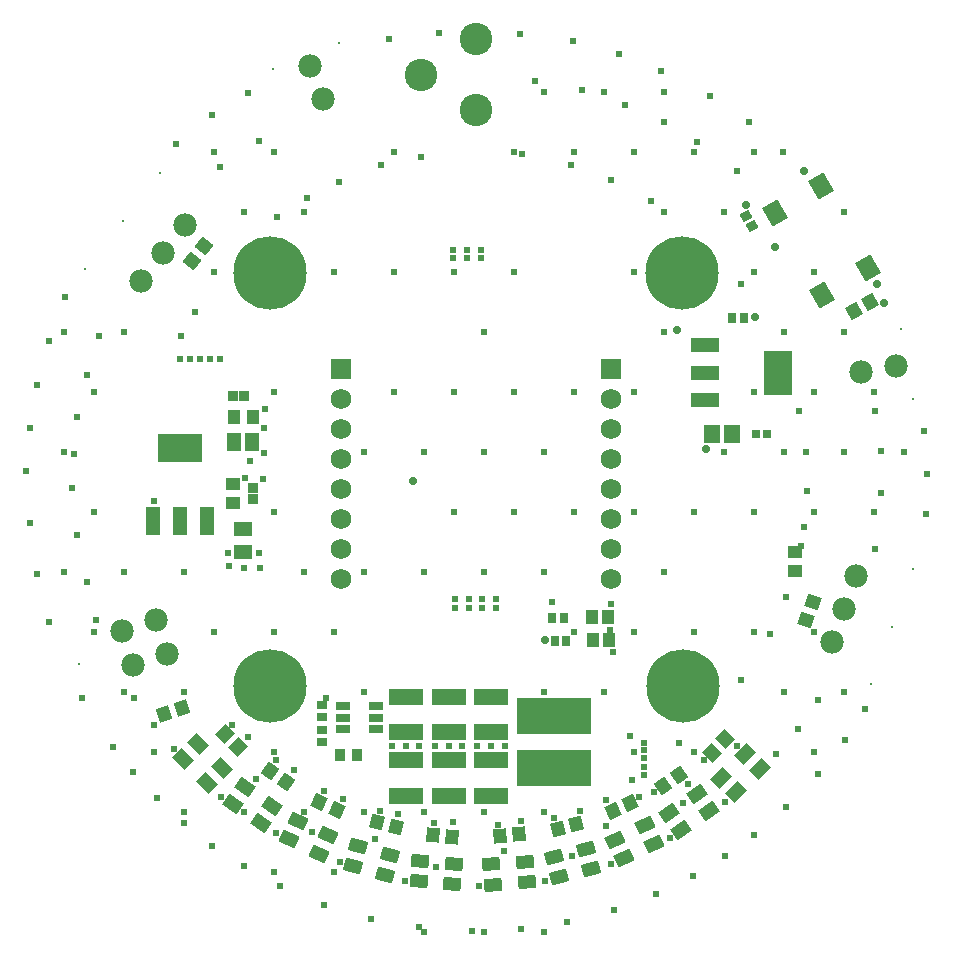
<source format=gts>
G04*
G04 #@! TF.GenerationSoftware,Altium Limited,Altium Designer,18.1.9 (240)*
G04*
G04 Layer_Color=8388736*
%FSLAX25Y25*%
%MOIN*%
G70*
G01*
G75*
G04:AMPARAMS|DCode=69|XSize=70.99mil|YSize=59.18mil|CornerRadius=0mil|HoleSize=0mil|Usage=FLASHONLY|Rotation=120.000|XOffset=0mil|YOffset=0mil|HoleType=Round|Shape=Rectangle|*
%AMROTATEDRECTD69*
4,1,4,0.04337,-0.01595,-0.00788,-0.04554,-0.04337,0.01595,0.00788,0.04554,0.04337,-0.01595,0.0*
%
%ADD69ROTATEDRECTD69*%

%ADD70R,0.04737X0.03162*%
%ADD71R,0.09265X0.05131*%
%ADD72R,0.09265X0.05131*%
%ADD73R,0.09265X0.14580*%
G04:AMPARAMS|DCode=74|XSize=59.18mil|YSize=43.43mil|CornerRadius=0mil|HoleSize=0mil|Usage=FLASHONLY|Rotation=45.000|XOffset=0mil|YOffset=0mil|HoleType=Round|Shape=Rectangle|*
%AMROTATEDRECTD74*
4,1,4,-0.00557,-0.03628,-0.03628,-0.00557,0.00557,0.03628,0.03628,0.00557,-0.00557,-0.03628,0.0*
%
%ADD74ROTATEDRECTD74*%

%ADD75R,0.06312X0.04934*%
%ADD76R,0.04737X0.04343*%
%ADD77R,0.02965X0.03359*%
%ADD78R,0.02572X0.02965*%
%ADD79R,0.24816X0.12414*%
%ADD80R,0.05131X0.09265*%
%ADD81R,0.05131X0.09265*%
%ADD82R,0.14580X0.09265*%
%ADD83R,0.05524X0.06312*%
%ADD84R,0.04147X0.04540*%
%ADD85R,0.11430X0.05328*%
%ADD86R,0.04540X0.06115*%
G04:AMPARAMS|DCode=87|XSize=47.37mil|YSize=43.43mil|CornerRadius=0mil|HoleSize=0mil|Usage=FLASHONLY|Rotation=142.000|XOffset=0mil|YOffset=0mil|HoleType=Round|Shape=Rectangle|*
%AMROTATEDRECTD87*
4,1,4,0.03203,0.00253,0.00529,-0.03170,-0.03203,-0.00253,-0.00529,0.03170,0.03203,0.00253,0.0*
%
%ADD87ROTATEDRECTD87*%

%ADD88R,0.03556X0.04343*%
%ADD89R,0.03241X0.03241*%
G04:AMPARAMS|DCode=90|XSize=33.59mil|YSize=29.65mil|CornerRadius=0mil|HoleSize=0mil|Usage=FLASHONLY|Rotation=210.000|XOffset=0mil|YOffset=0mil|HoleType=Round|Shape=Rectangle|*
%AMROTATEDRECTD90*
4,1,4,0.00713,0.02124,0.02196,-0.00444,-0.00713,-0.02124,-0.02196,0.00444,0.00713,0.02124,0.0*
%
%ADD90ROTATEDRECTD90*%

%ADD91R,0.03359X0.02965*%
%ADD92R,0.03241X0.03241*%
%ADD93R,0.04343X0.04737*%
G04:AMPARAMS|DCode=94|XSize=47.37mil|YSize=43.43mil|CornerRadius=0mil|HoleSize=0mil|Usage=FLASHONLY|Rotation=120.000|XOffset=0mil|YOffset=0mil|HoleType=Round|Shape=Rectangle|*
%AMROTATEDRECTD94*
4,1,4,0.03065,-0.00965,-0.00697,-0.03137,-0.03065,0.00965,0.00697,0.03137,0.03065,-0.00965,0.0*
%
%ADD94ROTATEDRECTD94*%

G04:AMPARAMS|DCode=95|XSize=47.37mil|YSize=43.43mil|CornerRadius=0mil|HoleSize=0mil|Usage=FLASHONLY|Rotation=225.000|XOffset=0mil|YOffset=0mil|HoleType=Round|Shape=Rectangle|*
%AMROTATEDRECTD95*
4,1,4,0.00139,0.03210,0.03210,0.00139,-0.00139,-0.03210,-0.03210,-0.00139,0.00139,0.03210,0.0*
%
%ADD95ROTATEDRECTD95*%

G04:AMPARAMS|DCode=96|XSize=47.37mil|YSize=43.43mil|CornerRadius=0mil|HoleSize=0mil|Usage=FLASHONLY|Rotation=235.000|XOffset=0mil|YOffset=0mil|HoleType=Round|Shape=Rectangle|*
%AMROTATEDRECTD96*
4,1,4,-0.00420,0.03186,0.03137,0.00695,0.00420,-0.03186,-0.03137,-0.00695,-0.00420,0.03186,0.0*
%
%ADD96ROTATEDRECTD96*%

G04:AMPARAMS|DCode=97|XSize=47.37mil|YSize=43.43mil|CornerRadius=0mil|HoleSize=0mil|Usage=FLASHONLY|Rotation=245.000|XOffset=0mil|YOffset=0mil|HoleType=Round|Shape=Rectangle|*
%AMROTATEDRECTD97*
4,1,4,-0.00967,0.03064,0.02969,0.01229,0.00967,-0.03064,-0.02969,-0.01229,-0.00967,0.03064,0.0*
%
%ADD97ROTATEDRECTD97*%

G04:AMPARAMS|DCode=98|XSize=47.37mil|YSize=43.43mil|CornerRadius=0mil|HoleSize=0mil|Usage=FLASHONLY|Rotation=255.000|XOffset=0mil|YOffset=0mil|HoleType=Round|Shape=Rectangle|*
%AMROTATEDRECTD98*
4,1,4,-0.01485,0.02850,0.02711,0.01726,0.01485,-0.02850,-0.02711,-0.01726,-0.01485,0.02850,0.0*
%
%ADD98ROTATEDRECTD98*%

G04:AMPARAMS|DCode=99|XSize=47.37mil|YSize=43.43mil|CornerRadius=0mil|HoleSize=0mil|Usage=FLASHONLY|Rotation=265.000|XOffset=0mil|YOffset=0mil|HoleType=Round|Shape=Rectangle|*
%AMROTATEDRECTD99*
4,1,4,-0.01957,0.02549,0.02370,0.02170,0.01957,-0.02549,-0.02370,-0.02170,-0.01957,0.02549,0.0*
%
%ADD99ROTATEDRECTD99*%

G04:AMPARAMS|DCode=100|XSize=47.37mil|YSize=43.43mil|CornerRadius=0mil|HoleSize=0mil|Usage=FLASHONLY|Rotation=275.000|XOffset=0mil|YOffset=0mil|HoleType=Round|Shape=Rectangle|*
%AMROTATEDRECTD100*
4,1,4,-0.02370,0.02170,0.01957,0.02549,0.02370,-0.02170,-0.01957,-0.02549,-0.02370,0.02170,0.0*
%
%ADD100ROTATEDRECTD100*%

G04:AMPARAMS|DCode=101|XSize=47.37mil|YSize=43.43mil|CornerRadius=0mil|HoleSize=0mil|Usage=FLASHONLY|Rotation=285.000|XOffset=0mil|YOffset=0mil|HoleType=Round|Shape=Rectangle|*
%AMROTATEDRECTD101*
4,1,4,-0.02711,0.01726,0.01485,0.02850,0.02711,-0.01726,-0.01485,-0.02850,-0.02711,0.01726,0.0*
%
%ADD101ROTATEDRECTD101*%

G04:AMPARAMS|DCode=102|XSize=47.37mil|YSize=43.43mil|CornerRadius=0mil|HoleSize=0mil|Usage=FLASHONLY|Rotation=295.000|XOffset=0mil|YOffset=0mil|HoleType=Round|Shape=Rectangle|*
%AMROTATEDRECTD102*
4,1,4,-0.02969,0.01229,0.00967,0.03064,0.02969,-0.01229,-0.00967,-0.03064,-0.02969,0.01229,0.0*
%
%ADD102ROTATEDRECTD102*%

G04:AMPARAMS|DCode=103|XSize=47.37mil|YSize=43.43mil|CornerRadius=0mil|HoleSize=0mil|Usage=FLASHONLY|Rotation=305.000|XOffset=0mil|YOffset=0mil|HoleType=Round|Shape=Rectangle|*
%AMROTATEDRECTD103*
4,1,4,-0.03137,0.00695,0.00420,0.03186,0.03137,-0.00695,-0.00420,-0.03186,-0.03137,0.00695,0.0*
%
%ADD103ROTATEDRECTD103*%

G04:AMPARAMS|DCode=104|XSize=47.37mil|YSize=43.43mil|CornerRadius=0mil|HoleSize=0mil|Usage=FLASHONLY|Rotation=315.000|XOffset=0mil|YOffset=0mil|HoleType=Round|Shape=Rectangle|*
%AMROTATEDRECTD104*
4,1,4,-0.03210,0.00139,-0.00139,0.03210,0.03210,-0.00139,0.00139,-0.03210,-0.03210,0.00139,0.0*
%
%ADD104ROTATEDRECTD104*%

G04:AMPARAMS|DCode=105|XSize=59.18mil|YSize=43.43mil|CornerRadius=0mil|HoleSize=0mil|Usage=FLASHONLY|Rotation=315.000|XOffset=0mil|YOffset=0mil|HoleType=Round|Shape=Rectangle|*
%AMROTATEDRECTD105*
4,1,4,-0.03628,0.00557,-0.00557,0.03628,0.03628,-0.00557,0.00557,-0.03628,-0.03628,0.00557,0.0*
%
%ADD105ROTATEDRECTD105*%

G04:AMPARAMS|DCode=106|XSize=59.18mil|YSize=43.43mil|CornerRadius=0mil|HoleSize=0mil|Usage=FLASHONLY|Rotation=325.000|XOffset=0mil|YOffset=0mil|HoleType=Round|Shape=Rectangle|*
%AMROTATEDRECTD106*
4,1,4,-0.03670,-0.00082,-0.01178,0.03476,0.03670,0.00082,0.01178,-0.03476,-0.03670,-0.00082,0.0*
%
%ADD106ROTATEDRECTD106*%

G04:AMPARAMS|DCode=107|XSize=59.18mil|YSize=43.43mil|CornerRadius=0mil|HoleSize=0mil|Usage=FLASHONLY|Rotation=335.000|XOffset=0mil|YOffset=0mil|HoleType=Round|Shape=Rectangle|*
%AMROTATEDRECTD107*
4,1,4,-0.03600,-0.00718,-0.01764,0.03219,0.03600,0.00718,0.01764,-0.03219,-0.03600,-0.00718,0.0*
%
%ADD107ROTATEDRECTD107*%

G04:AMPARAMS|DCode=108|XSize=59.18mil|YSize=43.43mil|CornerRadius=0mil|HoleSize=0mil|Usage=FLASHONLY|Rotation=345.000|XOffset=0mil|YOffset=0mil|HoleType=Round|Shape=Rectangle|*
%AMROTATEDRECTD108*
4,1,4,-0.03420,-0.01332,-0.02296,0.02864,0.03420,0.01332,0.02296,-0.02864,-0.03420,-0.01332,0.0*
%
%ADD108ROTATEDRECTD108*%

G04:AMPARAMS|DCode=109|XSize=59.18mil|YSize=43.43mil|CornerRadius=0mil|HoleSize=0mil|Usage=FLASHONLY|Rotation=355.000|XOffset=0mil|YOffset=0mil|HoleType=Round|Shape=Rectangle|*
%AMROTATEDRECTD109*
4,1,4,-0.03137,-0.01906,-0.02759,0.02421,0.03137,0.01906,0.02759,-0.02421,-0.03137,-0.01906,0.0*
%
%ADD109ROTATEDRECTD109*%

G04:AMPARAMS|DCode=110|XSize=59.18mil|YSize=43.43mil|CornerRadius=0mil|HoleSize=0mil|Usage=FLASHONLY|Rotation=5.000|XOffset=0mil|YOffset=0mil|HoleType=Round|Shape=Rectangle|*
%AMROTATEDRECTD110*
4,1,4,-0.02759,-0.02421,-0.03137,0.01906,0.02759,0.02421,0.03137,-0.01906,-0.02759,-0.02421,0.0*
%
%ADD110ROTATEDRECTD110*%

G04:AMPARAMS|DCode=111|XSize=59.18mil|YSize=43.43mil|CornerRadius=0mil|HoleSize=0mil|Usage=FLASHONLY|Rotation=15.000|XOffset=0mil|YOffset=0mil|HoleType=Round|Shape=Rectangle|*
%AMROTATEDRECTD111*
4,1,4,-0.02296,-0.02864,-0.03420,0.01332,0.02296,0.02864,0.03420,-0.01332,-0.02296,-0.02864,0.0*
%
%ADD111ROTATEDRECTD111*%

G04:AMPARAMS|DCode=112|XSize=59.18mil|YSize=43.43mil|CornerRadius=0mil|HoleSize=0mil|Usage=FLASHONLY|Rotation=25.000|XOffset=0mil|YOffset=0mil|HoleType=Round|Shape=Rectangle|*
%AMROTATEDRECTD112*
4,1,4,-0.01764,-0.03219,-0.03600,0.00718,0.01764,0.03219,0.03600,-0.00718,-0.01764,-0.03219,0.0*
%
%ADD112ROTATEDRECTD112*%

G04:AMPARAMS|DCode=113|XSize=59.18mil|YSize=43.43mil|CornerRadius=0mil|HoleSize=0mil|Usage=FLASHONLY|Rotation=35.000|XOffset=0mil|YOffset=0mil|HoleType=Round|Shape=Rectangle|*
%AMROTATEDRECTD113*
4,1,4,-0.01178,-0.03476,-0.03670,0.00082,0.01178,0.03476,0.03670,-0.00082,-0.01178,-0.03476,0.0*
%
%ADD113ROTATEDRECTD113*%

G04:AMPARAMS|DCode=114|XSize=47.37mil|YSize=43.43mil|CornerRadius=0mil|HoleSize=0mil|Usage=FLASHONLY|Rotation=108.000|XOffset=0mil|YOffset=0mil|HoleType=Round|Shape=Rectangle|*
%AMROTATEDRECTD114*
4,1,4,0.02797,-0.01582,-0.01334,-0.02924,-0.02797,0.01582,0.01334,0.02924,0.02797,-0.01582,0.0*
%
%ADD114ROTATEDRECTD114*%

G04:AMPARAMS|DCode=115|XSize=47.37mil|YSize=43.43mil|CornerRadius=0mil|HoleSize=0mil|Usage=FLASHONLY|Rotation=340.000|XOffset=0mil|YOffset=0mil|HoleType=Round|Shape=Rectangle|*
%AMROTATEDRECTD115*
4,1,4,-0.02968,-0.01231,-0.01483,0.02851,0.02968,0.01231,0.01483,-0.02851,-0.02968,-0.01231,0.0*
%
%ADD115ROTATEDRECTD115*%

%ADD116C,0.06800*%
%ADD117R,0.06610X0.06610*%
%ADD118C,0.07800*%
%ADD119C,0.00800*%
%ADD120C,0.10800*%
%ADD121C,0.24422*%
%ADD122C,0.02800*%
%ADD123C,0.02400*%
D69*
X245381Y234075D02*
D03*
X260724Y242933D02*
D03*
X261129Y206799D02*
D03*
X276472Y215657D02*
D03*
D70*
X112413Y62060D02*
D03*
Y65800D02*
D03*
Y69540D02*
D03*
X101587D02*
D03*
Y65800D02*
D03*
Y62060D02*
D03*
D71*
X222047Y189862D02*
D03*
Y171752D02*
D03*
D72*
Y180807D02*
D03*
D73*
X246457Y180807D02*
D03*
D74*
X235562Y53706D02*
D03*
X240434Y48834D02*
D03*
X232500Y40900D02*
D03*
X227628Y45772D02*
D03*
D75*
X68100Y121060D02*
D03*
Y128540D02*
D03*
D76*
X252165Y120965D02*
D03*
Y114665D02*
D03*
X65000Y137333D02*
D03*
Y143632D02*
D03*
D77*
X175201Y99106D02*
D03*
X171264D02*
D03*
X231299Y199016D02*
D03*
X235236D02*
D03*
X175988Y91464D02*
D03*
X172051D02*
D03*
D78*
X239201Y160457D02*
D03*
X242744D02*
D03*
D79*
X171900Y66460D02*
D03*
Y48940D02*
D03*
D80*
X38245Y131378D02*
D03*
X56355D02*
D03*
D81*
X47300D02*
D03*
D82*
X47300Y155787D02*
D03*
D83*
X231319Y160457D02*
D03*
X224626D02*
D03*
D84*
X184575Y99239D02*
D03*
X189890D02*
D03*
X184862Y91586D02*
D03*
X190177D02*
D03*
D85*
X150878Y60895D02*
D03*
Y72706D02*
D03*
X136778Y60895D02*
D03*
Y72706D02*
D03*
X122378Y60895D02*
D03*
Y72706D02*
D03*
X122378Y51605D02*
D03*
Y39794D02*
D03*
X136778Y51605D02*
D03*
Y39794D02*
D03*
X150878Y51605D02*
D03*
Y39794D02*
D03*
D86*
X71350Y157782D02*
D03*
X65050D02*
D03*
D87*
X51210Y218187D02*
D03*
X55089Y223151D02*
D03*
D88*
X100544Y53400D02*
D03*
X106056D02*
D03*
D89*
X68572Y172982D02*
D03*
X65028D02*
D03*
D90*
X237795Y229594D02*
D03*
X235827Y233004D02*
D03*
D91*
X94500Y61668D02*
D03*
Y57731D02*
D03*
Y70069D02*
D03*
Y66132D02*
D03*
D92*
X71500Y138757D02*
D03*
Y142300D02*
D03*
D93*
X71550Y165882D02*
D03*
X65250D02*
D03*
D94*
X277300Y204432D02*
D03*
X271845Y201282D02*
D03*
D95*
X62146Y60354D02*
D03*
X66600Y55900D02*
D03*
D96*
X77340Y48113D02*
D03*
X82500Y44500D02*
D03*
D97*
X99400Y35100D02*
D03*
X93691Y37762D02*
D03*
D98*
X119042Y29285D02*
D03*
X112958Y30915D02*
D03*
D99*
X137738Y26026D02*
D03*
X131462Y26575D02*
D03*
D100*
X160038Y26875D02*
D03*
X153762Y26326D02*
D03*
D101*
X179142Y30315D02*
D03*
X173058Y28685D02*
D03*
D102*
X197154Y37231D02*
D03*
X191446Y34569D02*
D03*
D103*
X213480Y46606D02*
D03*
X208320Y42994D02*
D03*
D104*
X228927Y58627D02*
D03*
X224473Y54173D02*
D03*
D105*
X61100Y49000D02*
D03*
X56228Y44128D02*
D03*
X48294Y52062D02*
D03*
X53166Y56934D02*
D03*
D106*
X78000Y36300D02*
D03*
X74048Y30656D02*
D03*
X64857Y37092D02*
D03*
X68809Y42736D02*
D03*
D107*
X96600Y26743D02*
D03*
X93688Y20499D02*
D03*
X83519Y25241D02*
D03*
X86431Y31485D02*
D03*
D108*
X117338Y19996D02*
D03*
X115555Y13341D02*
D03*
X104717Y16245D02*
D03*
X106500Y22900D02*
D03*
D109*
X138478Y17086D02*
D03*
X137878Y10222D02*
D03*
X126700Y11200D02*
D03*
X127301Y18064D02*
D03*
D110*
X162177Y17842D02*
D03*
X162778Y10978D02*
D03*
X151600Y10000D02*
D03*
X150999Y16863D02*
D03*
D111*
X182538Y22104D02*
D03*
X184321Y15449D02*
D03*
X173483Y12545D02*
D03*
X171700Y19200D02*
D03*
D112*
X202358Y29886D02*
D03*
X205269Y23642D02*
D03*
X195100Y18900D02*
D03*
X192188Y25144D02*
D03*
D113*
X219440Y40380D02*
D03*
X223391Y34736D02*
D03*
X214200Y28300D02*
D03*
X210248Y33944D02*
D03*
D114*
X42028Y66929D02*
D03*
X48019Y68876D02*
D03*
D115*
X258164Y104239D02*
D03*
X256009Y98320D02*
D03*
D116*
X100787Y111929D02*
D03*
Y121929D02*
D03*
Y131929D02*
D03*
Y141929D02*
D03*
Y151929D02*
D03*
Y161929D02*
D03*
Y171929D02*
D03*
X190787Y111929D02*
D03*
Y121929D02*
D03*
Y131929D02*
D03*
Y141929D02*
D03*
Y151929D02*
D03*
Y161929D02*
D03*
Y171929D02*
D03*
D117*
X100787Y181929D02*
D03*
X190787D02*
D03*
D118*
X27933Y94731D02*
D03*
X31583Y83498D02*
D03*
X42816Y87147D02*
D03*
X39166Y98380D02*
D03*
X268565Y101978D02*
D03*
X272605Y113077D02*
D03*
X264526Y90880D02*
D03*
X48807Y230075D02*
D03*
X34264Y211460D02*
D03*
X41535Y220768D02*
D03*
X90575Y282951D02*
D03*
X95000Y272000D02*
D03*
X285972Y182957D02*
D03*
X274341Y180906D02*
D03*
D119*
X13583Y83858D02*
D03*
X291482Y115214D02*
D03*
X277613Y77109D02*
D03*
X284547Y96161D02*
D03*
X28133Y231239D02*
D03*
X40616Y247216D02*
D03*
X15650Y215261D02*
D03*
X78238Y281957D02*
D03*
X100140Y290806D02*
D03*
X287565Y195231D02*
D03*
X291667Y171968D02*
D03*
D120*
X127496Y280189D02*
D03*
X146000Y292000D02*
D03*
Y268378D02*
D03*
D121*
X77205Y76205D02*
D03*
X215000D02*
D03*
X214500Y214000D02*
D03*
X77205D02*
D03*
D122*
X222539Y155315D02*
D03*
X124802Y144770D02*
D03*
X212894Y194882D02*
D03*
X245381Y222547D02*
D03*
X168898Y91732D02*
D03*
X238779Y199311D02*
D03*
X235827Y236614D02*
D03*
X281890Y204134D02*
D03*
X279626Y210335D02*
D03*
X255217Y248130D02*
D03*
D123*
X254232Y123031D02*
D03*
X288500Y154500D02*
D03*
X268500Y234500D02*
D03*
Y194500D02*
D03*
X278500Y174500D02*
D03*
X268500Y154500D02*
D03*
X278500Y134500D02*
D03*
X268500Y74500D02*
D03*
X258500Y214500D02*
D03*
X248500Y194500D02*
D03*
X258500Y174500D02*
D03*
X248500Y154500D02*
D03*
X258500Y134500D02*
D03*
Y94500D02*
D03*
X248500Y74500D02*
D03*
X258500Y54500D02*
D03*
X238500Y254500D02*
D03*
X228500Y234500D02*
D03*
X238500Y214500D02*
D03*
Y174500D02*
D03*
X228500Y154500D02*
D03*
X238500Y134500D02*
D03*
Y94500D02*
D03*
X208500Y274500D02*
D03*
X218500Y254500D02*
D03*
X208500Y234500D02*
D03*
Y194500D02*
D03*
X218500Y134500D02*
D03*
X208500Y114500D02*
D03*
X218500Y94500D02*
D03*
Y54500D02*
D03*
X188500Y274500D02*
D03*
X198500Y254500D02*
D03*
Y214500D02*
D03*
Y174500D02*
D03*
Y134500D02*
D03*
Y94500D02*
D03*
X188500Y74500D02*
D03*
X198500Y54500D02*
D03*
X168500Y274500D02*
D03*
X178500Y254500D02*
D03*
Y174500D02*
D03*
X168500Y154500D02*
D03*
X178500Y134500D02*
D03*
X168500Y114500D02*
D03*
X178500Y94500D02*
D03*
X168500Y74500D02*
D03*
Y34500D02*
D03*
Y-5500D02*
D03*
X158500Y254500D02*
D03*
Y214500D02*
D03*
X148500Y194500D02*
D03*
X158500Y174500D02*
D03*
X148500Y154500D02*
D03*
X158500Y134500D02*
D03*
X148500Y114500D02*
D03*
Y34500D02*
D03*
Y-5500D02*
D03*
X138500Y214500D02*
D03*
Y174500D02*
D03*
X128500Y154500D02*
D03*
X138500Y134500D02*
D03*
X128500Y114500D02*
D03*
Y34500D02*
D03*
Y-5500D02*
D03*
X118500Y254500D02*
D03*
Y214500D02*
D03*
Y174500D02*
D03*
X108500Y154500D02*
D03*
Y114500D02*
D03*
Y74500D02*
D03*
Y34500D02*
D03*
X88500Y234500D02*
D03*
X98500Y214500D02*
D03*
X88500Y114500D02*
D03*
X98500Y94500D02*
D03*
X88500Y34500D02*
D03*
X98500Y14500D02*
D03*
X78500Y254500D02*
D03*
X68500Y234500D02*
D03*
X78500Y174500D02*
D03*
Y134500D02*
D03*
Y94500D02*
D03*
Y54500D02*
D03*
X68500Y34500D02*
D03*
X78500Y14500D02*
D03*
X58500Y254500D02*
D03*
Y214500D02*
D03*
X48500Y114500D02*
D03*
X58500Y94500D02*
D03*
X48500Y74500D02*
D03*
Y34500D02*
D03*
X28500Y194500D02*
D03*
Y114500D02*
D03*
Y74500D02*
D03*
X38500Y54500D02*
D03*
X8500Y194500D02*
D03*
X18500Y174500D02*
D03*
X8500Y154500D02*
D03*
X18500Y134500D02*
D03*
X8500Y114500D02*
D03*
X18500Y94500D02*
D03*
X191446Y87655D02*
D03*
X191000Y103531D02*
D03*
X213596Y57500D02*
D03*
X234055Y78347D02*
D03*
X243714Y93554D02*
D03*
X249324Y106189D02*
D03*
X255159Y129461D02*
D03*
X256135Y141216D02*
D03*
X255734Y154331D02*
D03*
X253647Y167894D02*
D03*
X234246Y210335D02*
D03*
X204133Y237917D02*
D03*
X190787Y244971D02*
D03*
X177387Y249902D02*
D03*
X161319Y253642D02*
D03*
X127496Y252822D02*
D03*
X114173Y249902D02*
D03*
X100140Y244322D02*
D03*
X89665Y238878D02*
D03*
X79626Y232579D02*
D03*
X52264Y200886D02*
D03*
X47447Y192913D02*
D03*
X60600Y249308D02*
D03*
X73425Y258169D02*
D03*
X165453Y278051D02*
D03*
X181102Y275000D02*
D03*
X195374Y269980D02*
D03*
X208666Y264238D02*
D03*
X219390Y257776D02*
D03*
X232811Y248130D02*
D03*
X278861Y167894D02*
D03*
X280807Y154781D02*
D03*
Y140551D02*
D03*
X278861Y121929D02*
D03*
X260000Y71536D02*
D03*
X253150Y61910D02*
D03*
X245927Y53706D02*
D03*
X38681Y63390D02*
D03*
X31977Y72200D02*
D03*
X19093Y98380D02*
D03*
X16043Y110980D02*
D03*
X12888Y126610D02*
D03*
X11039Y142300D02*
D03*
X20177Y192913D02*
D03*
X11792Y153541D02*
D03*
X12888Y165882D02*
D03*
X16043Y179921D02*
D03*
X45965Y256890D02*
D03*
X57972Y266535D02*
D03*
X70023Y274178D02*
D03*
X116991Y292000D02*
D03*
X133465Y293996D02*
D03*
X160531Y293701D02*
D03*
X178051Y291437D02*
D03*
X193504Y286910D02*
D03*
X207579Y281496D02*
D03*
X223721Y273031D02*
D03*
X236811Y264238D02*
D03*
X248031Y254232D02*
D03*
X295174Y161216D02*
D03*
X296260Y147047D02*
D03*
X295866Y133661D02*
D03*
X275492Y68701D02*
D03*
X268764Y58418D02*
D03*
X260000Y47138D02*
D03*
X249324Y35900D02*
D03*
X238545Y26600D02*
D03*
X228814Y19587D02*
D03*
X218209Y13189D02*
D03*
X205700Y7055D02*
D03*
X191929Y1772D02*
D03*
X176297Y-2241D02*
D03*
X161000Y-4579D02*
D03*
X144677Y-5325D02*
D03*
X126900Y-4110D02*
D03*
X111024Y-1181D02*
D03*
X95339Y3479D02*
D03*
X80536Y9700D02*
D03*
X68504Y16226D02*
D03*
X58004Y23173D02*
D03*
X48564Y30600D02*
D03*
X39488Y39018D02*
D03*
X31583Y47627D02*
D03*
X24931Y56058D02*
D03*
X14620Y72200D02*
D03*
X3445Y97823D02*
D03*
X-492Y113681D02*
D03*
X-2953Y130709D02*
D03*
X-4035Y148130D02*
D03*
X-2953Y162200D02*
D03*
X-591Y176673D02*
D03*
X3445Y191437D02*
D03*
X8957Y205906D02*
D03*
X38681Y137894D02*
D03*
X171161Y104331D02*
D03*
X138287Y221752D02*
D03*
X142881D02*
D03*
X147474D02*
D03*
Y218898D02*
D03*
X142881D02*
D03*
X138287D02*
D03*
X138779Y102362D02*
D03*
X143373D02*
D03*
X147966D02*
D03*
X152559D02*
D03*
Y105217D02*
D03*
X147966D02*
D03*
X143373D02*
D03*
X138779D02*
D03*
X73819Y115847D02*
D03*
X68504Y115650D02*
D03*
X63484Y116240D02*
D03*
X73524Y120768D02*
D03*
X63189D02*
D03*
X72539Y45276D02*
D03*
X91339Y27657D02*
D03*
X112205Y25197D02*
D03*
X132677Y16142D02*
D03*
X155315Y21457D02*
D03*
X177756Y19587D02*
D03*
X190551Y95086D02*
D03*
X216460Y43627D02*
D03*
X189158Y29724D02*
D03*
X200300Y39200D02*
D03*
X214873Y37305D02*
D03*
X169000Y11300D02*
D03*
X229000Y37700D02*
D03*
X232874Y56394D02*
D03*
X221700Y51600D02*
D03*
X210500Y25600D02*
D03*
X205269Y41000D02*
D03*
X189300Y38200D02*
D03*
X191000Y16900D02*
D03*
X180500Y34736D02*
D03*
X172000Y32400D02*
D03*
X146800Y9700D02*
D03*
X161000Y31300D02*
D03*
X153100Y30100D02*
D03*
X138100Y31000D02*
D03*
X131700Y30600D02*
D03*
X122100Y11500D02*
D03*
X100400Y17700D02*
D03*
X120000Y33800D02*
D03*
X113700Y34800D02*
D03*
X69800Y59300D02*
D03*
X85300Y48300D02*
D03*
X101400Y38800D02*
D03*
X95200Y41400D02*
D03*
X79300Y27500D02*
D03*
X79200Y51700D02*
D03*
X60800Y39500D02*
D03*
X45100Y55200D02*
D03*
X64600Y63313D02*
D03*
X60600Y185300D02*
D03*
X57300D02*
D03*
X53700D02*
D03*
X50514D02*
D03*
X47100D02*
D03*
X75400Y168800D02*
D03*
X75200Y162200D02*
D03*
X74900Y145500D02*
D03*
X70592Y151200D02*
D03*
X75200Y154100D02*
D03*
X197700Y45100D02*
D03*
X197300Y59600D02*
D03*
X202000Y46800D02*
D03*
Y49481D02*
D03*
Y52200D02*
D03*
X201900Y54900D02*
D03*
Y57500D02*
D03*
X68900Y145800D02*
D03*
X96000Y72200D02*
D03*
X155400Y56300D02*
D03*
X150900Y56400D02*
D03*
X146100Y56300D02*
D03*
X141200D02*
D03*
X136700D02*
D03*
X132200Y56400D02*
D03*
X126900Y56300D02*
D03*
X122378D02*
D03*
X117900D02*
D03*
M02*

</source>
